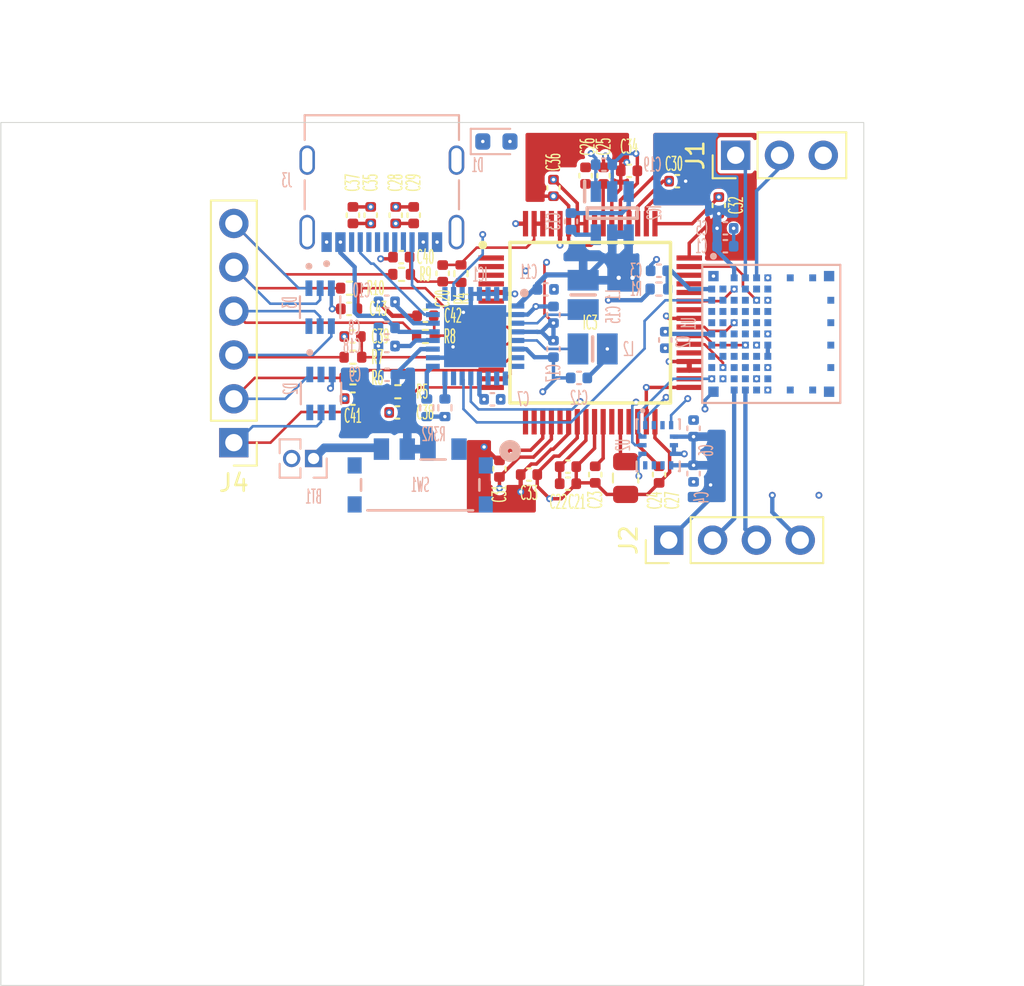
<source format=kicad_pcb>
(kicad_pcb (version 20240108) (generator "pcbnew") (generator_version "8.0")
  (layers (0 "F.Cu" signal) (1 "In1.Cu" power) (2 "In2.Cu" power) (3 "In3.Cu" signal) (4 "In4.Cu" power) (31 "B.Cu" signal) (34 "B.Paste" user) (35 "F.Paste" user) (36 "B.SilkS" user "B.Silkscreen") (37 "F.SilkS" user "F.Silkscreen") (38 "B.Mask" user) (39 "F.Mask" user) (44 "Edge.Cuts" user))
  (net 0 "")
  (net 1 "/ads1299/BIAS_DRV")
  (net 2 "VSSA")
  (net 3 "Net-(IC2-CAP-)")
  (net 4 "/ads1299/E_REFERENCE")
  (net 5 "/ads1299/IN1P")
  (net 6 "Net-(IC2-CAP+)")
  (net 7 "/ads1299/IN3P")
  (net 8 "/power/VBAT")
  (net 9 "/ads1299/IN2P")
  (net 10 "/ads1299/IN4P")
  (net 11 "/ads1299/4P")
  (net 12 "/ads1299/2P")
  (net 13 "/ads1299/1P")
  (net 14 "/ads1299/3P")
  (net 15 "/ads1299/REF")
  (net 16 "/ads1299/BIAS")
  (net 17 "/DVDD")
  (net 18 "/USB-C/VBUS_IN")
  (net 19 "/nrf5340/VBUS_OUT")
  (net 20 "/nrf5340/VBUS_nrf")
  (net 21 "Net-(IC3-BIASIN)")
  (net 22 "Net-(IC3-VCAP4)")
  (net 23 "Net-(IC3-VCAP1)")
  (net 24 "Net-(IC3-VCAP3)")
  (net 25 "Net-(IC3-VCAP2)")
  (net 26 "/AVDD")
  (net 27 "/power/CHG")
  (net 28 "Net-(IC1-VSET1)")
  (net 29 "/nrf5340/SCL")
  (net 30 "/power/SW1")
  (net 31 "/nrf5340/SDA")
  (net 32 "/power/PVDD")
  (net 33 "/UART_TX")
  (net 34 "/nrf5340/ANT")
  (net 36 "GND")
  (net 37 "/UART_RX")
  (net 40 "/USB-C/CC1")
  (net 41 "/nrf5340/BMI270_CS")
  (net 42 "/SWDCLK")
  (net 43 "/power/SW2")
  (net 46 "/USB-C/CC2")
  (net 49 "Net-(IC1-VSET2)")
  (net 55 "/ads1299/SCK")
  (net 56 "/ads1299/MISO")
  (net 61 "/ads1299/~{DRDY}")
  (net 65 "/ads1299/MOSI")
  (net 68 "/ads1299/~{ADS1299_CS}")
  (net 69 "/ads1299/START")
  (net 94 "/BMI270_INT1")
  (net 118 "/SWDIO")
  (net 119 "Net-(IC3-VREFP)")
  (net 127 "Net-(BT1-+)")
  (footprint "Connector_PinHeader_2.54mm:PinHeader_1x04_P2.54mm_Vertical" (layer "F.Cu") (at 156.3 112.6 90)
    (property "Reference" "J2")
    (property "Value" "Conn_01x04")
  )
  (footprint "Capacitor_SMD:C_0402_1005Metric" (layer "F.Cu") (at 141.52 93.77 90)
    (property "Reference" "C29")
    (property "Value" "1uF")
  )
  (footprint "Capacitor_SMD:C_0402_1005Metric" (layer "F.Cu") (at 142.2 99.6)
    (property "Reference" "C42")
    (property "Value" "1nF")
  )
  (footprint "Capacitor_SMD:C_0402_1005Metric" (layer "F.Cu") (at 139.03 93.77 90)
    (property "Reference" "C35")
    (property "Value" "1uF")
  )
  (footprint "Capacitor_SMD:C_0402_1005Metric" (layer "F.Cu") (at 137.78 99.2)
    (property "Reference" "C43")
    (property "Value" "1nF")
  )
  (footprint "Capacitor_SMD:C_0402_1005Metric" (layer "F.Cu") (at 156.8 91.8)
    (property "Reference" "C30")
    (property "Value" "1uF")
  )
  (footprint "Resistor_SMD:R_0402_1005Metric" (layer "F.Cu") (at 138 103.2)
    (property "Reference" "R6")
    (property "Value" "2.2k")
  )
  (footprint "Connector_PinHeader_2.54mm:PinHeader_1x03_P2.54mm_Vertical" (layer "F.Cu") (at 160.175 90.3 90)
    (property "Reference" "J1")
    (property "Value" "Conn_01x03")
  )
  (footprint "Resistor_SMD:R_0402_1005Metric" (layer "F.Cu") (at 137.8 98)
    (property "Reference" "R10")
    (property "Value" "2.2k")
  )
  (footprint "Capacitor_SMD:C_0402_1005Metric" (layer "F.Cu") (at 150.46 109.33 180)
    (property "Reference" "C21")
    (property "Value" "10uF")
  )
  (footprint "ADS1299-4PAGR:QFP50P1200X1200X120-64N" (layer "F.Cu") (at 151.75 100)
    (property "Reference" "IC3")
    (property "Value" "ADS1299-4PAGR" (hide yes))
  )
  (footprint "Capacitor_SMD:C_0402_1005Metric" (layer "F.Cu") (at 140.48 93.77 90)
    (property "Reference" "C28")
    (property "Value" "1uF")
  )
  (footprint "Capacitor_SMD:C_0402_1005Metric" (layer "F.Cu") (at 148.2 108.8 180)
    (property "Reference" "C33")
    (property "Value" "1uF")
  )
  (footprint "Capacitor_SMD:C_0805_2012Metric" (layer "F.Cu") (at 153.8 109 -90)
    (property "Reference" "C24")
    (property "Value" "100uF")
  )
  (footprint "Resistor_SMD:R_0402_1005Metric" (layer "F.Cu") (at 144.26 97.16 90)
    (property "Reference" "R4")
    (property "Value" "1M")
  )
  (footprint "Resistor_SMD:R_0402_1005Metric" (layer "F.Cu") (at 142.2 100.8)
    (property "Reference" "R8")
    (property "Value" "2.2k")
  )
  (footprint "Capacitor_SMD:C_0402_1005Metric" (layer "F.Cu") (at 152.52 91.48 90)
    (property "Reference" "C25")
    (property "Value" "100nF")
  )
  (footprint "Capacitor_SMD:C_0402_1005Metric" (layer "F.Cu") (at 152.04 108.8 -90)
    (property "Reference" "C23")
    (property "Value" "1uF")
  )
  (footprint "Resistor_SMD:R_0402_1005Metric" (layer "F.Cu") (at 138 102)
    (property "Reference" "R7")
    (property "Value" "2.2k")
  )
  (footprint "Capacitor_SMD:C_0402_1005Metric" (layer "F.Cu") (at 155.74 108.8 -90)
    (property "Reference" "C27")
    (property "Value" "1uF")
  )
  (footprint "Capacitor_SMD:C_0402_1005Metric" (layer "F.Cu") (at 143.2 97.14 90)
    (property "Reference" "C20")
    (property "Value" "1nF")
  )
  (footprint "Capacitor_SMD:C_0402_1005Metric" (layer "F.Cu") (at 138 104.4)
    (property "Reference" "C41")
    (property "Value" "1nF")
  )
  (footprint "Capacitor_SMD:C_0402_1005Metric" (layer "F.Cu") (at 159.2 93.2 -90)
    (property "Reference" "C32")
    (property "Value" "1uF")
  )
  (footprint "Capacitor_SMD:C_0402_1005Metric" (layer "F.Cu") (at 138 93.77 90)
    (property "Reference" "C37")
    (property "Value" "1uF")
  )
  (footprint "Capacitor_SMD:C_0402_1005Metric" (layer "F.Cu") (at 137.98 100.8)
    (property "Reference" "C39")
    (property "Value" "1nF")
  )
  (footprint "Capacitor_SMD:C_0402_1005Metric" (layer "F.Cu") (at 140.8 96.2)
    (property "Reference" "C40")
    (property "Value" "1nF")
  )
  (footprint "Capacitor_SMD:C_0402_1005Metric" (layer "F.Cu") (at 151.48 91.48 90)
    (property "Reference" "C26")
    (property "Value" "1uF")
  )
  (footprint "Resistor_SMD:R_0402_1005Metric" (layer "F.Cu") (at 140.82 97.2)
    (property "Reference" "R9")
    (property "Value" "2.2k")
  )
  (footprint "Capacitor_SMD:C_0402_1005Metric" (layer "F.Cu") (at 150.46 108.34)
    (property "Reference" "C22")
    (property "Value" "100nF")
  )
  (footprint "Capacitor_SMD:C_0402_1005Metric" (layer "F.Cu") (at 140.58 105.2)
    (property "Reference" "C38")
    (property "Value" "1nF")
  )
  (footprint "Capacitor_SMD:C_0402_1005Metric" (layer "F.Cu") (at 146.49 108.46 90)
    (property "Reference" "C31")
    (property "Value" "1uF")
  )
  (footprint "Capacitor_SMD:C_0402_1005Metric" (layer "F.Cu") (at 154 91.2 180)
    (property "Reference" "C34")
    (property "Value" "1uF")
  )
  (footprint "Connector_PinHeader_2.54mm:PinHeader_1x06_P2.54mm_Vertical" (layer "F.Cu") (at 131.1 106.95 180)
    (property "Reference" "J4")
    (property "Value" "Conn_01x06")
  )
  (footprint "Resistor_SMD:R_0402_1005Metric" (layer "F.Cu") (at 140.6 104)
    (property "Reference" "R5")
    (property "Value" "2.2k")
  )
  (footprint "Capacitor_SMD:C_0402_1005Metric" (layer "F.Cu") (at 149.62 92.19 -90)
    (property "Reference" "C36")
    (property "Value" "1uF")
  )
  (footprint "MK-12C02-G020:MK-12C02-G020_GSW" (layer "B.Cu") (at 141.8986 109.4 180)
    (property "Reference" "SW1")
    (property "Value" "SW_SPDT")
  )
  (footprint "ISP2053-AX-RS:XCVR_ISP2053-AX-RS" (layer "B.Cu") (at 162.24 100.65 -90)
    (property "Reference" "U1")
    (property "Value" "NRF5340")
  )
  (footprint "NPM1300-QEAA-R:QFN50P500X500X90-33N" (layer "B.Cu") (at 145.08 100.78 180)
    (property "Reference" "IC1")
    (property "Value" "NPM1300" (hide yes))
  )
  (footprint "Capacitor_SMD:C_0402_1005Metric" (layer "B.Cu") (at 156.1 101 -90)
    (property "Reference" "C2")
    (property "Value" "1uF")
  )
  (footprint "Capacitor_SMD:C_0402_1005Metric" (layer "B.Cu") (at 152.545 90.84)
    (property "Reference" "C19")
    (property "Value" "10uF")
  )
  (footprint "Capacitor_SMD:C_0402_1005Metric" (layer "B.Cu") (at 139.96 100.3 180)
    (property "Reference" "C8")
    (property "Value" "1uF")
  )
  (footprint "Capacitor_SMD:C_0402_1005Metric" (layer "B.Cu") (at 146.08 104.44)
    (property "Reference" "C7")
    (property "Value" "100nF")
  )
  (footprint "Capacitor_SMD:C_0402_1005Metric" (layer "B.Cu") (at 149.62 101.52 90)
    (property "Reference" "C17")
    (property "Value" "10uF")
  )
  (footprint "BMI270:XDCR_BMI270" (layer "B.Cu") (at 155.6875 107.1 -90)
    (property "Reference" "U2")
    (property "Value" "BMI270")
  )
  (footprint "Resistor_SMD:R_0402_1005Metric" (layer "B.Cu") (at 155.73 98.05)
    (property "Reference" "R1")
    (property "Value" "2.2")
  )
  (footprint "LED_SMD:LED_0603_1608Metric" (layer "B.Cu") (at 146.3125 89.5)
    (property "Reference" "D1")
    (property "Value" "LED_Y")
  )
  (footprint "Capacitor_SMD:C_0402_1005Metric" (layer "B.Cu") (at 159.58 94.53)
    (property "Reference" "C5")
    (property "Value" "4.7uF")
  )
  (footprint "Capacitor_SMD:C_0402_1005Metric" (layer "B.Cu") (at 149.17 98.07 180)
    (property "Reference" "C11")
    (property "Value" "10uF")
  )
  (footprint "Capacitor_SMD:C_0402_1005Metric" (layer "B.Cu") (at 139.959996 98.79 180)
    (property "Reference" "C10")
    (property "Value" "1uF")
  )
  (footprint "Capacitor_SMD:C_0402_1005Metric" (layer "B.Cu") (at 157.7375 108.7425 -90)
    (property "Reference" "C4")
    (property "Value" "100nF")
  )
  (footprint "TPD4E1B06DCKR:TVS_TPD4E1B06DCKR" (layer "B.Cu") (at 136.1 99.1 -90)
    (property "Reference" "D3")
    (property "Value" "TPD4E1B06DCKR")
  )
  (footprint "Resistor_SMD:R_0402_1005Metric" (layer "B.Cu") (at 142.28 104.93 90)
    (property "Reference" "R2")
    (property "Value" "150k")
  )
  (footprint "Capacitor_SMD:C_0402_1005Metric" (layer "B.Cu") (at 149.62 99.54 -90)
    (property "Reference" "C15")
    (property "Value" "10uF")
  )
  (footprint "MLP2016H2R2MT0S1:INDC2016X100N" (layer "B.Cu") (at 151.89 101.52)
    (property "Reference" "L2")
    (property "Value" "2.2uH" (hide yes))
  )
  (footprint "Capacitor_SMD:C_0402_1005Metric" (layer "B.Cu") (at 139.96 101.35)
    (property "Reference" "C18")
    (property "Value" "10uF")
  )
  (footprint "Connector_PinHeader_1.27mm:PinHeader_1x02_P1.27mm_Vertical" (layer "B.Cu") (at 135.72 107.87 90)
    (property "Reference" "BT1")
    (property "Value" "Battery")
  )
  (footprint "LM2664M6X_NOPB:SOT95P280X145-6N" (layer "B.Cu") (at 153.025 93.65 -90)
    (property "Reference" "IC2")
    (property "Value" "LM2664M6X_NOPB" (hide yes))
  )
  (footprint "TPD4E1B06DCKR:TVS_TPD4E1B06DCKR" (layer "B.Cu") (at 136.15 104.1 -90)
    (property "Reference" "D2")
    (property "Value" "TPD4E1B06DCKR")
  )
  (footprint "MLP2016H2R2MT0S1:INDC2016X100N" (layer "B.Cu") (at 151.34 98.39 90)
    (property "Reference" "L1")
    (property "Value" "2.2uH" (hide yes))
  )
  (footprint "Resistor_SMD:R_0402_1005Metric" (layer "B.Cu") (at 143.33 104.93 90)
    (property "Reference" "R3")
    (property "Value" "150k")
  )
  (footprint "TYPE-C-31-M-12:HRO_TYPE-C-31-M-12" (layer "B.Cu") (at 139.675 90.58)
    (property "Reference" "J3")
    (property "Value" "USB-C Connectors")
  )
  (footprint "Capacitor_SMD:C_0402_1005Metric" (layer "B.Cu") (at 150.635 94.13 90)
    (property "Reference" "C13")
    (property "Value" "10uF")
  )
  (footprint "Capacitor_SMD:C_0402_1005Metric" (layer "B.Cu") (at 155.73 96.99 180)
    (property "Reference" "C3")
    (property "Value" "4.7uF")
  )
  (footprint "Capacitor_SMD:C_0402_1005Metric" (layer "B.Cu") (at 159.58 95.57 180)
    (property "Reference" "C1")
    (property "Value" "1uF")
  )
  (footprint "Capacitor_SMD:C_0402_1005Metric" (layer "B.Cu") (at 157.7375 106.1225 90)
    (property "Reference" "C6")
    (property "Value" "100nF")
  )
  (footprint "Capacitor_SMD:C_0402_1005Metric" (layer "B.Cu") (at 151.1 103.2)
    (property "Reference" "C12")
    (property "Value" "10uF")
  )
  (footprint "Capacitor_SMD:C_0402_1005Metric" (layer "B.Cu") (at 139.98 103.02)
    (property "Reference" "C9")
    (property "Value" "2.2uF")
  )
  (gr_rect (start 117.6 88.4) (end 167.6 138.4) (stroke (width 0.05)) (fill none) (layer "Edge.Cuts"))
  (segment (start 141.33 97.2) (end 141.75 97.62) (width 0.15) (layer "F.Cu") (net 1))
  (segment (start 141.33 96.25) (end 141.28 96.2) (width 0.15) (layer "F.Cu") (net 1))
  (segment (start 141.28 97.15) (end 141.33 97.2) (width 0.15) (layer "F.Cu") (net 1))
  (segment (start 144.26 97.67) (end 143.25 97.67) (width 0.15) (layer "F.Cu") (net 1))
  (segment (start 143.25 97.67) (end 143.2 97.62) (width 0.15) (layer "F.Cu") (net 1))
  (segment (start 141.33 97.2) (end 141.33 96.25) (width 0.15) (layer "F.Cu") (net 1))
  (segment (start 141.75 97.62) (end 143.2 97.62) (width 0.15) (layer "F.Cu") (net 1))
  (segment (start 149.9455 107.73) (end 149.653866 107.73) (width 0.2) (layer "F.Cu") (net 2))
  (segment (start 146.49 108.94) (end 146.49 109.6) (width 0.2) (layer "F.Cu") (net 2))
  (segment (start 151 106.6755) (end 149.9455 107.73) (width 0.2) (layer "F.Cu") (net 2))
  (segment (start 150.07 110.2) (end 149.4 110.2) (width 0.2) (layer "F.Cu") (net 2))
  (segment (start 153.8 109.95) (end 155.07 109.95) (width 0.2) (layer "F.Cu") (net 2))
  (segment (start 152.71 109.95) (end 152.04 109.28) (width 0.2) (layer "F.Cu") (net 2))
  (segment (start 156.35 108.67) (end 155.74 109.28) (width 0.2) (layer "F.Cu") (net 2))
  (segment (start 148.462494 107.79) (end 147.64 107.79) (width 0.2) (layer "F.Cu") (net 2))
  (segment (start 149.653866 107.73) (end 148.68 108.703866) (width 0.2) (layer "F.Cu") (net 2))
  (segment (start 149.5 105.738) (end 149.5 106.752494) (width 0.2) (layer "F.Cu") (net 2))
  (segment (start 152 107.28) (end 152 105.738) (width 0.2) (layer "F.Cu") (net 2))
  (segment (start 148.68 109.48) (end 149.4 110.2) (width 0.2) (layer "F.Cu") (net 2))
  (segment (start 154.48 91.92) (end 154.48 91.2) (width 0.2) (layer "F.Cu") (net 2))
  (segment (start 151 105.738) (end 151 106.6755) (width 0.2) (layer "F.Cu") (net 2))
  (segment (start 156.35 107.5255) (end 156.35 108.67) (width 0.2) (layer "F.Cu") (net 2))
  (segment (start 148.68 108.703866) (end 148.68 108.8) (width 0.2) (layer "F.Cu") (net 2))
  (segment (start 153.5 94.262) (end 153.5 92.9) (width 0.2) (layer "F.Cu") (net 2))
  (segment (start 154.48 90.28) (end 154.4 90.2) (width 0.2) (layer "F.Cu") (net 2))
  (segment (start 153.8 109.95) (end 152.71 109.95) (width 0.2) (layer "F.Cu") (net 2))
  (segment (start 151 94.262) (end 151.5 94.262) (width 0.2) (layer "F.Cu") (net 2))
  (segment (start 150.99 109.28) (end 150.94 109.33) (width 0.2) (layer "F.Cu") (net 2))
  (segment (start 150.94 109.33) (end 150.07 110.2) (width 0.2) (layer "F.Cu") (net 2))
  (segment (start 151 93.07851) (end 151 94.262) (width 0.2) (layer "F.Cu") (net 2))
  (segment (start 152.52 90.458358) (end 152.52 91) (width 0.2) (layer "F.Cu") (net 2))
  (segment (start 147.64 107.79) (end 146.49 108.94) (width 0.2) (layer "F.Cu") (net 2))
  (segment (start 153.5 92.9) (end 154.48 91.92) (width 0.2) (layer "F.Cu") (net 2))
  (segment (start 149.6 91.67851) (end 151 93.07851) (width 0.2) (layer "F.Cu") (net 2))
  (segment (start 150.94 108.34) (end 152 107.28) (width 0.2) (layer "F.Cu") (net 2))
  (segment (start 154.48 91.2) (end 154.48 90.28) (width 0.2) (layer "F.Cu") (net 2))
  (segment (start 149.5 106.752494) (end 148.462494 107.79) (width 0.2) (layer "F.Cu") (net 2))
  (segment (start 150.94 109.33) (end 150.94 108.34) (width 0.2) (layer "F.Cu") (net 2))
  (segment (start 155.07 109.95) (end 155.74 109.28) (width 0.2) (layer "F.Cu") (net 2))
  (segment (start 155.5 106.6755) (end 156.35 107.5255) (width 0.2) (layer "F.Cu") (net 2))
  (segment (start 151.48 91) (end 152.52 91) (width 0.2) (layer "F.Cu") (net 2))
  (segment (start 140.48 93.29) (end 141.52 93.29) (width 0.2) (layer "F.Cu") (net 2))
  (segment (start 155.5 105.738) (end 155.5 106.6755) (width 0.2) (layer "F.Cu") (net 2))
  (segment (start 152.04 109.28) (end 150.99 109.28) (width 0.2) (layer "F.Cu") (net 2))
  (segment (start 148.68 108.8) (end 148.68 109.48) (width 0.2) (layer "F.Cu") (net 2))
  (segment (start 152.635696 90.342662) (end 152.52 90.458358) (width 0.2) (layer "F.Cu") (net 2))
  (via (at 146.49 109.6) (size 0.4) (drill 0.2) (layers "F.Cu" "B.Cu") (net 2))
  (via (at 149.4 110.2) (size 0.4) (drill 0.2) (layers "F.Cu" "B.Cu") (net 2))
  (via (at 149.62 91.71) (size 0.4) (drill 0.2) (layers "F.Cu" "B.Cu") (net 2))
  (via (at 152.635696 90.342662) (size 0.4) (drill 0.2) (layers "F.Cu" "B.Cu") (net 2))
  (via (at 154.4 90.2) (size 0.4) (drill 0.2) (layers "F.Cu" "B.Cu") (net 2))
  (via (at 140.48 93.29) (size 0.4) (drill 0.2) (layers "F.Cu" "B.Cu") (net 2))
  (segment (start 153.025 90.731966) (end 152.635696 90.342662) (width 0.25) (layer "B.Cu") (net 2))
  (segment (start 154.4 90.2) (end 153.665 90.2) (width 0.2) (layer "B.Cu") (net 2))
  (segment (start 153.665 90.2) (end 153.025 90.84) (width 0.2) (layer "B.Cu") (net 2))
  (segment (start 153.025 90.84) (end 153.025 92.4) (width 0.2) (layer "B.Cu") (net 2))
  (segment (start 153.025 90.84) (end 153.025 90.731966) (width 0.25) (layer "B.Cu") (net 2))
  (segment (start 153.975 93.25) (end 153.575 93.65) (width 0.25) (layer "B.Cu") (net 3))
  (segment (start 153.575 93.65) (end 150.635 93.65) (width 0.25) (layer "B.Cu") (net 3))
  (segment (start 153.975 92.4) (end 153.975 93.25) (width 0.25) (layer "B.Cu") (net 3))
  (segment (start 138.31 99.15) (end 138.26 99.2) (width 0.15) (layer "F.Cu") (net 4))
  (segment (start 146.86 101.25) (end 146.012 101.25) (width 0.15) (layer "F.Cu") (net 4))
  (segment (start 146.012 100.25) (end 146.9495 100.25) (width 0.15) (layer "F.Cu") (net 4))
  (segment (start 146.89 102.25) (end 146.012 102.25) (width 0.15) (layer "F.Cu") (net 4))
  (segment (start 146.86 101.25) (end 146.9495 101.25) (width 0.15) (layer "F.Cu") (net 4))
  (segment (start 147.13 101.0695) (end 146.9495 101.25) (width 0.15) (layer "F.Cu") (net 4))
  (segment (start 138.31 98) (end 138.31 99.15) (width 0.15) (layer "F.Cu") (net 4))
  (segment (start 146.87 103.25) (end 146.012 103.25) (width 0.15) (layer "F.Cu") (net 4))
  (segment (start 147.13 102.99) (end 147.13 102.01) (width 0.15) (layer "F.Cu") (net 4))
  (segment (start 142.2 98) (end 138.31 98) (width 0.15) (layer "F.Cu") (net 4))
  (segment (start 147.13 102.99) (end 146.87 103.25) (width 0.15) (layer "F.Cu") (net 4))
  (segment (start 146.9495 100.25) (end 147.13 100.4305) (width 0.15) (layer "F.Cu") (net 4))
  (segment (start 147.13 101.0695) (end 147.13 100.4305) (width 0.15) (layer "F.Cu") (net 4))
  (segment (start 147.13 102.01) (end 147.13 101.0695) (width 0.15) (layer "F.Cu") (net 4))
  (segment (start 147.13 102.01) (end 146.89 102.25) (width 0.15) (layer "F.Cu") (net 4))
  (segment (start 144.45 100.25) (end 142.2 98) (width 0.15) (layer "F.Cu") (net 4))
  (segment (start 146.012 100.25) (end 144.45 100.25) (width 0.15) (layer "F.Cu") (net 4))
  (segment (start 141.06 104.05) (end 141.11 104) (width 0.15) (layer "F.Cu") (net 5))
  (segment (start 141.06 105.2) (end 141.06 104.05) (width 0.15) (layer "F.Cu") (net 5))
  (segment (start 141.11 104) (end 141.6 104) (width 0.15) (layer "F.Cu") (net 5))
  (segment (start 141.6 104) (end 141.85 103.75) (width 0.15) (layer "F.Cu") (net 5))
  (segment (start 141.85 103.75) (end 146.012 103.75) (width 0.15) (layer "F.Cu") (net 5))
  (segment (start 150.925 94.9) (end 150.635 94.61) (width 0.25) (layer "B.Cu") (net 6))
  (segment (start 152.075 94.9) (end 150.925 94.9) (width 0.25) (layer "B.Cu") (net 6))
  (segment (start 138.51 102) (end 138.51 100.85) (width 0.15) (layer "F.Cu") (net 7))
  (segment (start 138.51 102) (end 144.8745 102) (width 0.15) (layer "F.Cu") (net 7))
  (segment (start 145.1245 101.75) (end 146.012 101.75) (width 0.15) (layer "F.Cu") (net 7))
  (segment (start 144.8745 102) (end 145.1245 101.75) (width 0.15) (layer "F.Cu") (net 7))
  (segment (start 138.51 100.85) (end 138.46 100.8) (width 0.15) (layer "F.Cu") (net 7))
  (segment (start 140.46 103) (end 141.93 101.53) (width 0.25) (layer "B.Cu") (net 8))
  (segment (start 141.93 101.53) (end 142.63 101.53) (width 0.25) (layer "B.Cu") (net 8))
  (segment (start 140.46 103.02) (end 140.46 103) (width 0.25) (layer "B.Cu") (net 8))
  (segment (start 138.51 103.2) (end 138.96 102.75) (width 0.15) (layer "F.Cu") (net 9))
  (segment (start 138.96 102.75) (end 146.012 102.75) (width 0.15) (layer "F.Cu") (net 9))
  (segment (start 138.51 104.37) (end 138.48 104.4) (width 0.15) (layer "F.Cu") (net 9))
  (segment (start 145.992 102.73) (end 146.012 102.75) (width 0.15) (layer "F.Cu") (net 9))
  (segment (start 138.51 103.2) (end 138.51 104.37) (width 0.15) (layer "F.Cu") (net 9))
  (segment (start 143.05 100.75) (end 146.012 100.75) (width 0.15) (layer "F.Cu") (net 10))
  (segment (start 143 100.8) (end 143.05 100.75) (width 0.15) (layer "F.Cu") (net 10))
  (segment (start 142.71 100.8) (end 142.71 99.63) (width 0.15) (layer "F.Cu") (net 10))
  (segment (start 142.71 99.63) (end 142.68 99.6) (width 0.15) (layer "F.Cu") (net 10))
  (segment (start 142.71 100.8) (end 143 100.8) (width 0.15) (layer "F.Cu") (net 10))
  (segment (start 131.77 100) (end 140.89 100) (width 0.15) (layer "F.Cu") (net 11))
  (segment (start 140.89 100) (end 141.69 100.8) (width 0.15) (layer "F.Cu") (net 11))
  (segment (start 131.1 99.33) (end 131.77 100) (width 0.15) (layer "F.Cu") (net 11))
  (segment (start 136.1 99.65) (end 136.1 100.2) (width 0.15) (layer "B.Cu") (net 11))
  (segment (start 135.78 99.33) (end 136.1 99.65) (width 0.15) (layer "B.Cu") (net 11))
  (segment (start 131.1 99.33) (end 135.78 99.33) (width 0.15) (layer "B.Cu") (net 11))
  (segment (start 132.31 103.2) (end 131.1 104.41) (width 0.15) (layer "F.Cu") (net 12))
  (segment (start 137.49 103.2) (end 132.31 103.2) (width 0.15) (layer "F.Cu") (net 12))
  (segment (start 134.09 104.41) (end 135.5 103) (width 0.15) (layer "B.Cu") (net 12))
  (segment (start 131.1 104.41) (end 134.09 104.41) (width 0.15) (layer "B.Cu") (net 12))
  (segment (start 139.02461 105.175) (end 140.09 104.10961) (width 0.15) (layer "F.Cu") (net 13))
  (segment (start 140.09 104.10961) (end 140.09 104) (width 0.15) (layer "F.Cu") (net 13))
  (segment (start 133.225 106.95) (end 135 105.175) (width 0.15) (layer "F.Cu") (net 13))
  (segment (start 131.1 106.95) (end 133.225 106.95) (width 0.15) (layer "F.Cu") (net 13))
  (segment (start 135 105.175) (end 139.02461 105.175) (width 0.15) (layer "F.Cu") (net 13))
  (segment (start 131.25 106.95) (end 132.2 106) (width 0.15) (layer "B.Cu") (net 13))
  (segment (start 135.9 106) (end 136.15 105.75) (width 0.15) (layer "B.Cu") (net 13))
  (segment (start 132.2 106) (end 135.9 106) (width 0.15) (layer "B.Cu") (net 13))
  (segment (start 136.15 105.75) (end 136.15 105.2) (width 0.15) (layer "B.Cu") (net 13))
  (segment (start 131.1 106.95) (end 131.25 106.95) (width 0.15) (layer "B.Cu") (net 13))
  (segment (start 131.23 102) (end 131.1 101.87) (width 0.15) (layer "F.Cu") (net 14))
  (segment (start 137.49 102) (end 131.23 102) (width 0.15) (layer "F.Cu") (net 14))
  (segment (start 131.1 101.87) (end 135.68 101.87) (width 0.15) (layer "B.Cu") (net 14))
  (segment (start 135.68 101.87) (end 136.75 100.8) (width 0.15) (layer "B.Cu") (net 14))
  (segment (start 136.75 100.8) (end 136.75 100.2) (width 0.15) (layer "B.Cu") (net 14))
  (segment (start 131.1 96.79) (end 132.31 98) (width 0.15) (layer "F.Cu") (net 15))
  (segment (start 132.31 98) (end 137.29 98) (width 0.15) (layer "F.Cu") (net 15))
  (segment (start 135.875 98.9) (end 136.1 98.675) (width 0.15) (layer "B.Cu") (net 15))
  (segment (start 133.21 98.9) (end 135.875 98.9) (width 0.15) (layer "B.Cu") (net 15))
  (segment (start 136.1 98.675) (end 136.1 98) (width 0.15) (layer "B.Cu") (net 15))
  (segment (start 131.1 96.79) (end 133.21 98.9) (width 0.15) (layer "B.Cu") (net 15))
  (segment (start 134.05 97.2) (end 140.31 97.2) (width 0.15) (layer "F.Cu") (net 16))
  (segment (start 131.1 94.25) (end 134.05 97.2) (width 0.15) (layer "F.Cu") (net 16))
  (segment (start 131.1 94.25) (end 134.85 98) (width 0.15) (layer "B.Cu") (net 16))
  (segment (start 134.85 98) (end 135.45 98) (width 0.15) (layer "B.Cu") (net 16))
  (segment (start 154 92.965686) (end 155.775686 91.19) (width 0.2) (layer "F.Cu") (net 17))
  (segment (start 157.488 96.25) (end 157.488 95.392) (width 0.2) (layer "F.Cu") (net 17))
  (segment (start 156.67 92.41) (end 157.28 91.8) (width 0.2) (layer "F.Cu") (net 17))
  (segment (start 155 94.262) (end 155 93.340186) (width 0.2) (layer "F.Cu") (net 17))
  (segment (start 154 94.262) (end 154 92.965686) (width 0.2) (layer "F.Cu") (net 17))
  (segment (start 157.488 95.392) (end 159.2 93.68) (width 0.2) (layer "F.Cu") (net 17))
  (segment (start 157.488 102.25) (end 157.488 102.75) (width 0.3) (layer "F.Cu") (net 17))
  (segment (start 155 93.340186) (end 155.930186 92.41) (width 0.2) (layer "F.Cu") (net 17))
  (segment (start 155.775686 91.19) (end 156.67 91.19) (width 0.2) (layer "F.Cu") (net 17))
  (segment (start 154 94.262) (end 153.98 94.282) (width 0.2) (layer "F.Cu") (net 17))
  (segment (start 157.488 102.25) (end 156.32 102.25) (width 0.2) (layer "F.Cu") (net 17))
  (segment (start 155.930186 92.41) (end 156.67 92.41) (width 0.2) (layer "F.Cu") (net 17))
  (segment (start 156.67 91.19) (end 157.28 91.8) (width 0.2) (layer "F.Cu") (net 17))
  (via (at 152.74 101.52) (size 0.4) (drill 0.2) (layers "F.Cu" "B.Cu") (net 17))
  (via (at 147.379996 98.33) (size 0.4) (drill 0.2) (layers "F.Cu" "B.Cu") (net 17))
  (via (at 157.28 91.8) (size 0.4) (drill 0.2) (layers "F.Cu" "B.Cu") (net 17))
  (via (at 159.1 94.53) (size 0.4) (drill 0.2) (layers "F.Cu" "B.Cu") (net 17))
  (via (at 145.6 104.44) (size 0.4) (drill 0.2) (layers "F.Cu" "B.Cu") (net 17))
  (via (at 158.725 109.4) (size 0.4) (drill 0.2) (layers "F.Cu" "B.Cu") (net 17))
  (via (at 156.1 100.52) (size 0.4) (drill 0.2) (layers "F.Cu" "B.Cu") (net 17))
  (via (at 157.7375 108.2625) (size 0.4) (drill 0.2) (layers "F.Cu" "B.Cu") (net 17))
  (via (at 157.7375 106.6025) (size 0.4) (drill 0.2) (layers "F.Cu" "B.Cu") (net 17))
  (via (at 156.32 102.25) (size 0.4) (drill 0.2) (layers "F.Cu" "B.Cu") (net 17))
  (via (at 159.2 93.68) (size 0.4) (drill 0.2) (layers "F.Cu" "B.Cu") (net 17))
  (segment (start 156.3 112.6) (end 158.725 110.175) (width 0.25) (layer "B.Cu") (net 17))
  (segment (start 157.7375 106.6025) (end 156.6025 106.6025) (width 0.25) (layer "B.Cu") (net 17))
  (segment (start 159.1 95.57) (end 159.1 95.83) (width 0.25) (layer "B.Cu") (net 17))
  (segment (start 160.09 96.82) (end 160.09 97.23) (width 0.25) (layer "B.Cu") (net 17))
  (segment (start 145.33 104.17) (end 145.33 103.23) (width 0.25) (layer "B.Cu") (net 17))
  (segment (start 152.74 102.04) (end 151.58 103.2) (width 0.25) (layer "B.Cu") (net 17))
  (segment (start 160.09 97.23) (end 160.09 97.4) (width 0.25) (layer "B.Cu") (net 17))
  (segment (start 156.6025 106.6025) (end 156.6 106.6) (width 0.25) (layer "B.Cu") (net 17))
  (segment (start 156.1 100.52) (end 156.229997 100.649997) (width 0.25) (layer "B.Cu") (net 17))
  (segment (start 157.7375 108.2625) (end 156.4375 108.2625) (width 0.25) (layer "B.Cu") (net 17))
  (segment (start 152.74 101.52) (end 152.74 102.04) (width 0.25) (layer "B.Cu") (net 17))
  (segment (start 147.379996 98.33) (end 146.83 98.33) (width 0.25) (layer "B.Cu") (net 17))
  (segment (start 157.7375 108.2625) (end 157.7375 106.6025) (width 0.25) (layer "B.Cu") (net 17))
  (segment (start 158.725 110.175) (end 158.725 109.4) (width 0.25) (layer "B.Cu") (net 17))
  (segment (start 159.1 95.83) (end 160.09 96.82) (width 0.25) (layer "B.Cu") (net 17))
  (segment (start 159.1 94.53) (end 159.1 95.57) (width 0.25) (layer "B.Cu") (net 17))
  (segment (start 145.6 104.44) (end 145.33 104.17) (width 0.25) (layer "B.Cu") (net 17))
  (segment (start 156.229997 100.649997) (end 158.79 100.649997) (width 0.25) (layer "B.Cu") (net 17))
  (via (at 142.075 95.33) (size 0.4) (drill 0.2) (layers "F.Cu" "B.Cu") (net 18))
  (via (at 137.275 95.33) (size 0.4) (drill 0.2) (layers "F.Cu" "B.Cu") (net 18))
  (segment (start 140.67 100.53) (end 140.44 100.3) (width 0.25) (layer "B.Cu") (net 18))
  (segment (start 137.275 95.95) (end 138.1 96.775) (width 0.25) (layer "B.Cu") (net 18))
  (segment (start 138.1 96.775) (end 138.1 99.4) (width 0.25) (layer "B.Cu") (net 18))
  (segment (start 138.3 99.6) (end 139.75149 99.6) (width 0.25) (layer "B.Cu") (net 18))
  (segment (start 138.1 99.4) (end 138.3 99.6) (width 0.25) (layer "B.Cu") (net 18))
  (segment (start 142.63 100.53) (end 140.67 100.53) (width 0.25) (layer "B.Cu") (net 18))
  (segment (start 140.44 100.28851) (end 140.44 100.3) (width 0.25) (layer "B.Cu") (net 18))
  (segment (start 139.75149 99.6) (end 140.44 100.28851) (width 0.25) (layer "B.Cu") (net 18))
  (segment (start 137.275 95.33) (end 137.275 95.95) (width 0.25) (layer "B.Cu") (net 18))
  (via (at 140.439996 98.79) (size 0.4) (drill 0.2) (layers "F.Cu" "B.Cu") (net 19))
  (via (at 152.8 98.696802) (size 0.4) (drill 0.2) (layers "F.Cu" "B.Cu") (net 19))
  (segment (start 152.8 98.696802) (end 154.703198 98.696802) (width 0.25) (layer "B.Cu") (net 19))
  (segment (start 141.519996 100.03) (end 140.439996 98.95) (width 0.25) (layer "B.Cu") (net 19))
  (segment (start 140.439996 98.95) (end 140.439996 98.79) (width 0.25) (layer "B.Cu") (net 19))
  (segment (start 155.22 98.18) (end 155.22 98.05) (width 0.25) (layer "B.Cu") (net 19))
  (segment (start 154.703198 98.696802) (end 155.22 98.18) (width 0.25) (layer "B.Cu") (net 19))
  (segment (start 142.63 100.03) (end 141.519996 100.03) (width 0.25) (layer "B.Cu") (net 19))
  (segment (start 156.24 98.05) (end 156.24 97.02) (width 0.25) (layer "B.Cu") (net 20))
  (segment (start 156.24 97.02) (end 156.21 96.99) (width 0.25) (layer "B.Cu") (net 20))
  (segment (start 156.21 96.99) (end 156.44 96.99) (width 0.25) (layer "B.Cu") (net 20))
  (segment (start 156.44 96.99) (end 157.5 98.05) (width 0.25) (layer "B.Cu") (net 20))
  (segment (start 157.5 98.05) (end 158.79 98.05) (width 0.25) (layer "B.Cu") (net 20))
  (segment (start 144.26 96.65) (end 143.21 96.65) (width 0.15) (layer "F.Cu") (net 21))
  (segment (start 148.0495 95.65) (end 148.5 95.1995) (width 0.15) (layer "F.Cu") (net 21))
  (segment (start 144.26 96.5645) (end 145.1745 95.65) (width 0.15) (layer "F.Cu") (net 21))
  (segment (start 148.5 94.262) (end 149 94.262) (width 0.25) (layer "F.Cu") (net 21))
  (segment (start 144.26 96.65) (end 144.26 96.5645) (width 0.15) (layer "F.Cu") (net 21))
  (segment (start 143.21 96.65) (end 143.2 96.66) (width 0.15) (layer "F.Cu") (net 21))
  (segment (start 145.1745 95.65) (end 148.0495 95.65) (width 0.15) (layer "F.Cu") (net 21))
  (segment (start 148.5 95.1995) (end 148.5 94.262) (width 0.15) (layer "F.Cu") (net 21))
  (segment (start 152.04 108.32) (end 152.5 107.86) (width 0.2) (layer "F.Cu") (net 22))
  (segment (start 152.5 107.86) (end 152.5 105.738) (width 0.2) (layer "F.Cu") (net 22))
  (segment (start 153.5 107.75) (end 153.5 105.738) (width 0.2) (layer "F.Cu") (net 23))
  (segment (start 153.8 108.05) (end 153.5 107.75) (width 0.2) (layer "F.Cu") (net 23))
  (segment (start 152.5 94.262) (end 152.5 91.98) (width 0.2) (layer "F.Cu") (net 24))
  (segment (start 152.52 91.96) (end 151.48 91.96) (width 0.2) (layer "F.Cu") (net 24))
  (segment (start 152.5 91.98) (end 152.52 91.96) (width 0.2) (layer "F.Cu") (net 24))
  (segment (start 154.5 107.08) (end 154.5 105.738) (width 0.2) (layer "F.Cu") (net 25))
  (segment (start 155.74 108.32) (end 154.5 107.08) (width 0.2) (layer "F.Cu") (net 25))
  (segment (start 153.52 91.052107) (end 153.52 91.2) (width 0.2) (layer "F.Cu") (net 26))
  (segment (start 145.6 107.2) (end 146.38 107.98) (width 0.25) (layer "F.Cu") (net 26))
  (segment (start 147.08 107.39) (end 146.49 107.98) (width 0.2) (layer "F.Cu") (net 26))
  (segment (start 150.5 93.2245) (end 150.5 94.262) (width 0.2) (layer "F.Cu") (net 26))
  (segment (start 152 94.262) (end 152 95.2995) (width 0.2) (layer "F.Cu") (net 26))
  (segment (start 149 105.738) (end 149 106.686808) (width 0.2) (layer "F.Cu") (net 26))
  (segment (start 146.38 107.98) (end 146.49 107.98) (width 0.25) (layer "F.Cu") (net 26))
  (segment (start 153 94.262) (end 153 92.768104) (width 0.2) (layer "F.Cu") (net 26))
  (segment (start 148.33 108.19) (end 147.72 108.8) (width 0.2) (layer "F.Cu") (net 26))
  (segment (start 149.62 92.67) (end 149.9455 92.67) (width 0.2) (layer "F.Cu") (net 26))
  (segment (start 149.9455 92.67) (end 150.5 93.2245) (width 0.2) (layer "F.Cu") (net 26))
  (segment (start 153.867724 90.704383) (end 153.52 91.052107) (width 0.2) (layer "F.Cu") (net 26))
  (segment (start 147.72 109.8) (end 147.72 108.8) (width 0.25) (layer "F.Cu") (net 26))
  (segment (start 153 92.768104) (end 153.52 92.248104) (width 0.2) (layer "F.Cu") (net 26))
  (segment (start 150.5 106.43) (end 149.6 107.33) (width 0.2) (layer "F.Cu") (net 26))
  (segment (start 138 93.29) (end 139.03 93.29) (width 0.2) (layer "F.Cu") (net 26))
  (segment (start 149 106.686808) (end 148.296808 107.39) (width 0.2) (layer "F.Cu") (net 26))
  (segment (start 150.5 95.2995) (end 150.5 94.262) (width 0.2) (layer "F.Cu") (net 26))
  (segment (start 148.296808 107.39) (end 147.08 107.39) (width 0.2) (layer "F.Cu") (net 26))
  (segment (start 152 95.2995) (end 151.7895 95.51) (width 0.2) (layer "F.Cu") (net 26))
  (segment (start 149.48818 107.33) (end 148.62818 108.19) (width 0.2) (layer "F.Cu") (net 26))
  (segment (start 150.5 105.738) (end 150 105.738) (width 0.2) (layer "F.Cu") (net 26))
  (segment (start 148.62818 108.19) (end 148.33 108.19) (width 0.2) (layer "F.Cu") (net 26))
  (segment (start 149.6 107.33) (end 149.48818 107.33) (width 0.2) (layer "F.Cu") (net 26))
  (segment (start 150.7105 95.51) (end 150.5 95.2995) (width 0.2) (layer "F.Cu") (net 26))
  (segment (start 150.5 105.738) (end 150.5 106.43) (width 0.2) (layer "F.Cu") (net 26))
  (segment (start 151.7895 95.51) (end 150.7105 95.51) (width 0.2) (layer "F.Cu") (net 26))
  (segment (start 153.52 92.248104) (end 153.52 91.2) (width 0.2) (layer "F.Cu") (net 26))
  (via (at 153.867724 90.704383) (size 0.4) (drill 0.2) (layers "F.Cu" "B.Cu") (net 26))
  (via (at 153.4 97.4) (size 0.45) (drill 0.25) (layers "F.Cu" "B.Cu") (net 26))
  (via (at 149.62 92.67) (size 0.45) (drill 0.25) (layers "F.Cu" "B.Cu") (net 26))
  (via (at 154.2 97.4) (size 0.45) (drill 0.25) (layers "F.Cu" "B.Cu") (net 26))
  (via (at 147.72 109.8) (size 0.4) (drill 0.2) (layers "F.Cu" "B.Cu") (net 26))
  (via (at 139.03 93.29) (size 0.4) (drill 0.2) (layers "F.Cu" "B.Cu") (net 26))
  (via (at 145.6 107.2) (size 0.4) (drill 0.2) (layers "F.Cu" "B.Cu") (net 26))
  (segment (start 151.34 97.54) (end 152.74 96.14) (width 0.3) (layer "B.Cu") (net 26))
  (segment (start 153.025 94.9) (end 153.975 94.9) (width 0.25) (layer "B.Cu") (net 26))
  (segment (start 153.46 96.14) (end 153.975 95.625) (width 0.25) (layer "B.Cu") (net 26))
  (segment (start 152.74 96.14) (end 153.025 95.855) (width 0.3) (layer "B.Cu") (net 26))
  (segment (start 148.69 97.760001) (end 149.220001 97.23) (width 0.3) (layer "B.Cu") (net 26))
  (segment (start 151.34 97.54) (end 151.51 97.54) (width 0.25) (layer "B.Cu") (net 26))
  (segment (start 148.69 98.07) (end 148.69 97.760001) (width 0.3) (layer "B.Cu") (net 26))
  (segment (start 151.8 98) (end 151.34 97.54) (width 0.25) (layer "B.Cu") (net 26))
  (segment (start 152.74 96.14) (end 153.46 96.14) (width 0.25) (layer "B.Cu") (net 26))
  (segment (start 153.03 94.905) (end 153.025 94.9) (width 0.25) (layer "B.Cu") (net 26))
  (segment (start 148.69 98.07) (end 148.49 98.07) (width 0.3) (layer "B.Cu") (net 26))
  (segment (start 153.975 95.625) (end 153.975 94.9) (width 0.25) (layer "B.Cu") (net 26))
  (segment (start 148.49 98.07) (end 147.53 99.03) (width 0.3) (layer "B.Cu") (net 26))
  (segment (start 149.220001 97.23) (end 151.03 97.23) (width 0.3) (layer "B.Cu") (net 26))
  (segment (start 151.03 97.23) (end 151.34 97.54) (width 0.3) (layer "B.Cu") (net 26))
  (segment (start 153.025 95.855) (end 153.025 94.9) (width 0.3) (layer "B.Cu") (net 26))
  (via (at 145.525 89.5) (size 0.4) (drill 0.2) (layers "F.Cu" "B.Cu") (net 27))
  (via (at 145.52 94.89) (size 0.4) (drill 0.2) (layers "F.Cu" "B.Cu") (net 27))
  (segment (start 145.52 94.89) (end 145.52 96.04) (width 0.15) (layer "B.Cu") (net 27))
  (segment (start 145.52 96.04) (end 143.83 97.73) (width 0.15) (layer "B.Cu") (net 27))
  (segment (start 143.83 97.73) (end 143.83 98.33) (width 0.15) (layer "B.Cu") (net 27))
  (segment (start 142.28 104.42) (end 142.28 102.88) (width 0.25) (layer "B.Cu") (net 28))
  (segment (start 142.28 102.88) (end 142.63 102.53) (width 0.25) (layer "B.Cu") (net 28))
  (segment (start 154.9 101.5) (end 150.625 105.775) (width 0.15) (layer "B.Cu") (net 29))
  (segment (start 150.625 105.775) (end 145.175 105.775) (width 0.15) (layer "B.Cu") (net 29))
  (segment (start 156.1 98.7) (end 154.9 99.9) (width 0.15) (layer "B.Cu") (net 29))
  (segment (start 145.175 105.775) (end 144.405 105.005) (width 0.15) (layer "B.Cu") (net 29))
  (segment (start 154.9 99.9) (end 154.9 101.5) (width 0.15) (layer "B.Cu") (net 29))
  (segment (start 144.405 103.305) (end 144.33 103.23) (width 0.15) (layer "B.Cu") (net 29))
  (segment (start 158.79 98.7) (end 156.1 98.7) (width 0.15) (layer "B.Cu") (net 29))
  (segment (start 144.405 105.005) (end 144.405 103.305) (width 0.15) (layer "B.Cu") (net 29))
  (segment (start 149.17 99.54) (end 151.04 99.54) (width 0.15) (layer "B.Cu") (net 30))
  (segment (start 151.04 99.54) (end 151.34 99.24) (width 0.15) (layer "B.Cu") (net 30))
  (segment (start 147.53 100.03) (end 148.68 100.03) (width 0.15) (layer "B.Cu") (net 30))
  (segment (start 148.68 100.03) (end 149.17 99.54) (width 0.15) (layer "B.Cu") (net 30))
  (via (at 151.164124 104.564124) (size 0.4) (drill 0.2) (layers "F.Cu" "B.Cu") (net 31))
  (via (at 159.44 103.25) (size 0.4) (drill 0.2) (layers "F.Cu" "B.Cu") (net 31))
  (segment (start 150.703248 105.025) (end 145.28422 105.025) (width 0.15) (layer "B.Cu") (net 31))
  (segment (start 151.164124 104.564124) (end 150.703248 105.025) (width 0.15) (layer "B.Cu") (net 31))
  (segment (start 145.28422 105.025) (end 144.83 104.57078) (width 0.15) (layer "B.Cu") (net 31))
  (segment (start 144.83 104.57078) (end 144.83 103.23) (width 0.15) (layer "B.Cu") (net 31))
  (segment (start 149.1 99.5) (end 149.62 100.02) (width 0.15) (layer "F.Cu") (net 32))
  (segment (start 149.1 96.62) (end 149.1 99.5) (width 0.15) (layer "F.Cu") (net 32))
  (segment (start 149.22 96.5) (end 149.1 96.62) (width 0.15) (layer "F.Cu") (net 32))
  (via (at 149.61 101.04) (size 0.4) (drill 0.2) (layers "F.Cu" "B.Cu") (net 32))
  (via (at 149.62 100.02) (size 0.4) (drill 0.2) (layers "F.Cu" "B.Cu") (net 32))
  (via (at 147.1 89.5) (size 0.4) (drill 0.2) (layers "F.Cu" "B.Cu") (net 32))
  (via (at 149.22 96.5) (size 0.4) (drill 0.2) (layers "F.Cu" "B.Cu") (net 32))
  (via (at 140.44 101.35) (size 0.4) (drill 0.2) (layers "F.Cu" "B.Cu") (net 32))
  (segment (start 140.44 101.35) (end 140.44 101.55) (width 0.25) (layer "B.Cu") (net 32))
  (segment (start 149.62 100.02) (end 149.62 101.03) (width 0.25) (layer "B.Cu") (net 32))
  (segment (start 149.61 100.03) (end 149.62 100.02) (width 0.25) (layer "B.Cu") (net 32))
  (segment (start 149.44 101.04) (end 148.93 100.53) (width 0.25) (layer "B.Cu") (net 32))
  (segment (start 148.93 100.53) (end 148.925 100.535) (width 0.25) (layer "B.Cu") (net 32))
  (segment (start 148.672537 100.535) (end 148.667537 100.53) (width 0.25) (layer "B.Cu") (net 32))
  (segment (start 141.32 101.35) (end 141.64 101.03) (width 0.25) (layer "B.Cu") (net 32))
  (segment (start 141.64 101.03) (end 142.63 101.03) (width 0.25) (layer "B.Cu") (net 32))
  (segment (start 141.32 101.35) (end 140.44 101.35) (width 0.25) (layer "B.Cu") (net 32))
  (segment (start 149.44 100.02) (end 148.93 100.53) (width 0.25) (layer "B.Cu") (net 32))
  (segment (start 149.62 100.02) (end 149.44 100.02) (width 0.25) (layer "B.Cu") (net 32))
  (segment (start 149.62 101.03) (end 149.61 101.04) (width 0.25) (layer "B.Cu") (net 32))
  (segment (start 148.925 100.535) (end 148.672537 100.535) (width 0.25) (layer "B.Cu") (net 32))
  (segment (start 149.61 101.04) (end 149.44 101.04) (width 0.25) (layer "B.Cu") (net 32))
  (segment (start 148.667537 100.53) (end 147.53 100.53) (width 0.25) (layer "B.Cu") (net 32))
  (segment (start 161.39 92.358578) (end 161.39 97.4) (width 0.2) (layer "B.Cu") (net 33))
  (segment (start 162.715 90.3) (end 162.715 91.033578) (width 0.2) (layer "B.Cu") (net 33))
  (segment (start 162.715 91.033578) (end 161.39 92.358578) (width 0.2) (layer "B.Cu") (net 33))
  (segment (start 162.04 101.95) (end 162.04 101.3) (width 0.25) (layer "B.Cu") (net 34))
  (segment (start 147.432 94.262) (end 147.43 94.26) (width 0.25) (layer "F.Cu") (net 36))
  (segment (start 141.72 99.6) (end 140.289996 99.6) (width 0.25) (layer "F.Cu") (net 36))
  (segment (start 139.03 94.25) (end 138 94.25) (width 0.2) (layer "F.Cu") (net 36))
  (segment (start 157.658 94.262) (end 159.2 92.72) (width 0.2) (layer "F.Cu") (net 36))
  (segment (start 140.48 94.25) (end 141.52 94.25) (width 0.2) (layer "F.Cu") (net 36))
  (segment (start 154.5 94.262) (end 154.5 93.2745) (width 0.2) (layer "F.Cu") (net 36))
  (segment (start 148 94.262) (end 147.432 94.262) (width 0.25) (layer "F.Cu") (net 36))
  (segment (start 137.3 99.2) (end 136.8 99.2) (width 0.2) (layer "F.Cu") (net 36))
  (segment (start 155.5 94.262) (end 157.658 94.262) (width 0.2) (layer "F.Cu") (net 36))
  (segment (start 139.608218 96.29862) (end 140.22138 96.29862) (width 0.2) (layer "F.Cu") (net 36))
  (segment (start 156.16 99.61) (end 156.3 99.75) (width 0.2) (layer "F.Cu") (net 36))
  (segment (start 155 103.75) (end 155 105.738) (width 0.2) (layer "F.Cu") (net 36))
  (segment (start 150 94.262) (end 150 95.51) (width 0.25) (layer "F.Cu") (net 36))
  (segment (start 140.22138 96.29862) (end 140.32 96.2) (width 0.2) (layer "F.Cu") (net 36))
  (segment (start 157.488 103.75) (end 155 103.75) (width 0.2) (layer "F.Cu") (net 36))
  (segment (start 155.9745 91.8) (end 156.32 91.8) (width 0.2) (layer "F.Cu") (net 36))
  (segment (start 140.289996 99.6) (end 139.479996 98.79) (width 0.25) (layer "F.Cu") (net 36))
  (segment (start 156.3 99.75) (end 157.488 99.75) (width 0.2) (layer "F.Cu") (net 36))
  (segment (start 154.5 93.2745) (end 155.9745 91.8) (width 0.2) (layer "F.Cu") (net 36))
  (via (at 144.4 99.4) (size 0.4) (drill 0.2) (layers "F.Cu" "B.Cu") (net 36))
  (via (at 137.52 104.4) (size 0.4) (drill 0.2) (layers "F.Cu" "B.Cu") (net 36))
  (via (at 148 97) (size 0.4) (drill 0.2) (layers "F.Cu" "B.Cu") (net 36))
  (via (at 146.56 104.44) (size 0.4) (drill 0.2) (layers "F.Cu" "B.Cu") (net 36))
  (via (at 147.43 94.26) (size 0.4) (drill 0.2) (layers "F.Cu" "B.Cu") (net 36))
  (via (at 148.6 99.06) (size 0.4) (drill 0.2) (layers "F.Cu" "B.Cu") (net 36))
  (via (at 136.7 103.8) (size 0.4) (drill 0.2) (layers "F.Cu" "B.Cu") (net 36))
  (via (at 157.7375 109.2225) (size 0.4) (drill 0.2) (layers "F.Cu" "B.Cu") (net 36))
  (via (at 157.2 107.6) (size 0.4) (drill 0.2) (layers "F.Cu" "B.Cu") (net 36))
  (via (at 143.8 101.4) (size 0.4) (drill 0.2) (layers "F.Cu" "B.Cu") (net 36))
  (via (at 156.16 99.61) (size 0.4) (drill 0.2) (layers "F.Cu" "B.Cu") (net 36))
  (via (at 162.04 97.4) (size 0.4) (drill 0.2) (layers "F.Cu" "B.Cu") (net 36))
  (via (at 162.04 103.9) (size 0.4) (drill 0.2) (layers "F.Cu" "B.Cu") (net 36))
  (via (at 140.1 105.2) (size 0.4) (drill 0.2) (layers "F.Cu" "B.Cu") (net 36))
  (via (at 136.475 95.33) (size 0.4) (drill 0.2) (layers "F.Cu" "B.Cu") (net 36))
  (via (at 150 95.51) (size 0.4) (drill 0.2) (layers "F.Cu" "B.Cu") (net 36))
  (via (at 161.39 101.3) (size 0.4) (drill 0.2) (layers "F.Cu" "B.Cu") (net 36))
  (via (at 158.89 97.3) (size 0.4) (drill 0.2) (layers "F.Cu" "B.Cu") (net 36))
  (via (at 159.2 92.72) (size 0.4) (drill 0.2) (layers "F.Cu" "B.Cu") (net 36))
  (via (at 156.32 91.8) (size 0.4) (drill 0.2) (layers "F.Cu" "B.Cu") (net 36))
  (via (at 149 104) (size 0.4) (drill 0.2) (layers "F.Cu" "B.Cu") (net 36))
  (via (at 143.33 105.44) (size 0.4) (drill 0.2) (layers "F.Cu" "B.Cu") (net 36))
  (via (at 149.65 98.07) (size 0.4) (drill 0.2) (layers "F.Cu" "B.Cu") (net 36))
  (via (at 162.3 110) (size 0.4) (drill 0.2) (layers "F.Cu" "B.Cu") (net 36))
  (via (at 142.875 95.33) (size 0.4) (drill 0.2) (layers "F.Cu" "B.Cu") (net 36))
  (via (at 155 103.75) (size 0.4) (drill 0.2) (layers "F.Cu" "B.Cu") (net 36))
  (via (at 157.739105 105.644188) (size 0.4) (drill 0.2) (layers "F.Cu" "B.Cu") (net 36))
  (via (at 156.1 101.48) (size 0.4) (drill 0.2) (layers "F.Cu" "B.Cu") (net 36))
  (via (at 139.03 94.25) (size 0.4) (drill 0.2) (layers "F.Cu" "B.Cu") (net 36))
  (via (at 158.4 105) (size 0.4) (drill 0.2) (layers "F.Cu" "B.Cu") (net 36))
  (via (at 151.8 90.2) (size 0.4) (drill 0.2) (layers "F.Cu" "B.Cu") (net 36))
  (via (at 139.608218 96.29862) (size 0.4) (drill 0.2) (layers "F.Cu" "B.Cu") (net 36))
  (via (at 162.04 102.6) (size 0.4) (drill 0.2) (layers "F.Cu" "B.Cu") (net 36))
  (via (at 139.479996 98.79) (size 0.4) (drill 0.2) (layers "F.Cu" "B.Cu") (net 36))
  (via (at 139.48 101.35) (size 0.4) (drill 0.2) (layers "F.Cu" "B.Cu") (net 36))
  (via (at 137.5 100.8) (size 0.4) (drill 0.2) (layers "F.Cu" "B.Cu") (net 36))
  (via (at 140.48 94.25) (size 0.4) (drill 0.2) (layers "F.Cu" "B.Cu") (net 36))
  (via (at 162.04 100.65) (size 0.4) (drill 0.2) (layers "F.Cu" "B.Cu") (net 36))
  (via (at 155.591825 96.335282) (size 0.4) (drill 0.2) (layers "F.Cu" "B.Cu") (net 36))
  (via (at 160.06 94.53) (size 0.4) (drill 0.2) (layers "F.Cu" "B.Cu") (net 36))
  (via (at 136.8 99.2) (size 0.4) (drill 0.2) (layers "F.Cu" "B.Cu") (net 36))
  (via (at 165 110) (size 0.4) (drill 0.2) (layers "F.Cu" "B.Cu") (net 36))
  (segment (start 143.33 105.44) (end 142.28 105.44) (width 0.25) (layer "B.Cu") (net 36))
  (segment (start 156.6 107.1) (end 156.6 107.6) (width 0.25) (layer "B.Cu") (net 36))
  (segment (start 148.05 101.53) (end 147.53 101.53) (width 0.25) (layer "B.Cu") (net 36))
  (segment (start 144.83 100.53) (end 145.08 100.78) (width 0.25) (layer "B.Cu") (net 36))
  (segment (start 150.62 103.2) (end 149.8 103.2) (width 0.2) (layer "B.Cu") (net 36))
  (segment (start 158.4 104.49) (end 158.4 105) (width 0.2) (layer "B.Cu") (net 36))
  (segment (start 142.63 102.03) (end 143.81 102.03) (width 0.25) (layer "B.Cu") (net 36))
  (segment (start 156.6 107.6) (end 157.2 107.6) (width 0.25) (layer "B.Cu") (net 36))
  (segment (start 136.8 103) (end 136.8 103.7) (width 0.2) (layer "B.Cu") (net 36))
  (segment (start 163.92 112.6) (end 162.3 110.98) (width 0.25) (layer "B.Cu") (net 36))
  (segment (start 136.75 98) (end 136.75 99.15) (width 0.2) (layer "B.Cu") (net 36))
  (segment (start 139.48 103) (end 139.5 103.02) (width 0.2) (layer "B.Cu") (net 36))
  (segment (start 143.81 102.03) (end 143.82 102.04) (width 0.25) (layer "B.Cu") (net 36))
  (segment (start 139.48 101.35) (end 139.48 103) (width 0.2) (layer "B.Cu") (net 36))
  (segment (start 158.89 104) (end 158.4 104.49) (width 0.2) (layer "B.Cu") (net 36))
  (segment (start 160.06 95.57) (end 160.06 94.53) (width 0.2) (layer "B.Cu") (net 36))
  (segment (start 162.3 110.98) (end 162.3 110) (width 0.25) (layer "B.Cu") (net 36))
  (segment (start 148.13 99.53) (end 147.53 99.53) (width 0.25) (layer "B.Cu") (net 36))
  (segment (start 149.62 102) (end 149.62 103.38) (width 0.2) (layer "B.Cu") (net 36))
  (segment (start 148.6 99.06) (end 148.13 99.53) (width 0.25) (layer "B.Cu") (net 36))
  (segment (start 146.33 99.53) (end 145.08 100.78) (width 0.25) (layer "B.Cu") (net 36))
  (segment (start 149.62 103.38) (end 149 104) (width 0.2) (layer "B.Cu") (net 36))
  (segment (start 139.469996 98.8) (end 139.479996 98.79) (width 0.25) (layer "B.Cu") (net 36))
  (segment (start 149.8 103.2) (end 149.62 103.38) (width 0.2) (layer "B.Cu") (net 36))
  (segment (start 157.739105 105.644188) (end 157.7375 105.642583) (width 0.25) (layer "B.Cu") (net 36))
  (segment (start 149.62 99.06) (end 148.6 99.06) (width 0.25) (layer "B.Cu") (net 36))
  (segment (start 155.25 96.99) (end 155.25 96.677107) (width 0.2) (layer "B.Cu") (net 36))
  (segment (start 149.62 102) (end 148.52 102) (width 0.25) (layer "B.Cu") (net 36))
  (segment (start 157.7375 105.642583) (end 157.7375 105.6425) (width 0.25) (layer "B.Cu") (net 36))
  (segment (start 139.48 101.35) (end 139.48 100.3) (width 0.2) (layer "B.Cu") (net 36))
  (segment (start 147.53 99.53) (end 146.33 99.53) (width 0.25) (layer "B.Cu") (net 36))
  (segment (start 152.075 90.475) (end 152.075 92.4) (width 0.2) (layer "B.Cu") (net 36))
  (segment (start 136.75 99.15) (end 136.8 99.2) (width 0.2) (layer "B.Cu") (net 36))
  (segment (start 136.8 103.7) (end 136.7 103.8) (width 0.2) (layer "B.Cu") (net 36))
  (segment (start 144.83 98.33) (end 146.33 98.33) (width 0.25) (layer "B.Cu") (net 36))
  (segment (start 144.83 98.33) (end 144.83 100.53) (width 0.25) (layer "B.Cu") (net 36))
  (segment (start 148.52 102) (end 148.05 101.53) (width 0.25) (layer "B.Cu") (net 36))
  (segment (start 151.8 90.2) (end 152.075 90.475) (width 0.2) (layer "B.Cu") (net 36))
  (segment (start 155.25 96.677107) (end 155.591825 96.335282) (width 0.2) (layer "B.Cu") (net 36))
  (segment (start 160.175 90.3) (end 160.74 90.865) (width 0.2) (layer "B.Cu") (net 37))
  (segment (start 160.74 90.865) (end 160.74 97.4) (width 0.2) (layer "B.Cu") (net 37))
  (segment (start 139.192525 96.58) (end 142.142525 99.53) (width 0.15) (layer "B.Cu") (net 40))
  (segment (start 138.425 95.955) (end 139.05 96.58) (width 0.15) (layer "B.Cu") (net 40))
  (segment (start 142.142525 99.53) (end 142.63 99.53) (width 0.15) (layer "B.Cu") (net 40))
  (segment (start 138.425 95.33) (end 138.425 95.955) (width 0.15) (layer "B.Cu") (net 40))
  (segment (start 139.05 96.58) (end 139.192525 96.58) (width 0.15) (layer "B.Cu") (net 40))
  (via (at 154.567628 108.884698) (size 0.4) (drill 0.2) (layers "F.Cu" "B.Cu") (net 41))
  (via (at 161.39 103.25) (size 0.4) (drill 0.2) (layers "F.Cu" "B.Cu") (net 41))
  (segment (start 154.5375 107.8375) (end 154.775 107.6) (width 0.15) (layer "B.Cu") (net 41))
  (segment (start 154.5375 108.775) (end 154.5375 107.8375) (width 0.15) (layer "B.Cu") (net 41))
  (segment (start 154.567628 108.805128) (end 154.5375 108.775) (width 0.15) (layer "B.Cu") (net 41))
  (segment (start 154.567628 108.884698) (end 154.567628 108.805128) (width 0.15) (layer "B.Cu") (net 41))
  (segment (start 160.74 103.9) (end 160.74 111.96) (width 0.25) (layer "B.Cu") (net 42))
  (segment (start 160.74 111.96) (end 161.38 112.6) (width 0.25) (layer "B.Cu") (net 42))
  (segment (start 148.66 101.03) (end 149.15 101.52) (width 0.15) (layer "B.Cu") (net 43))
  (segment (start 149.15 101.52) (end 151.04 101.52) (width 0.15) (layer "B.Cu") (net 43))
  (segment (start 147.53 101.03) (end 148.66 101.03) (width 0.15) (layer "B.Cu") (net 43))
  (segment (start 142.63 99.03) (end 141.425 97.825) (width 0.15) (layer "B.Cu") (net 46))
  (segment (start 141.425 95.33) (end 141.425 97.825) (width 0.15) (layer "B.Cu") (net 46))
  (segment (start 143.33 103.23) (end 143.33 104.42) (width 0.25) (layer "B.Cu") (net 49))
  (segment (start 158.368248 100.25) (end 158.593248 100.475) (width 0.15) (layer "F.Cu") (net 55))
  (segment (start 157.488 100.25) (end 158.368248 100.25) (width 0.15) (layer "F.Cu") (net 55))
  (segment (start 158.593248 100.475) (end 159.615 100.475) (width 0.15) (layer "F.Cu") (net 55))
  (segment (start 159.615 100.475) (end 160.09 100) (width 0.15) (layer "F.Cu") (net 55))
  (segment (start 160.1 99.99) (end 160.09 100) (width 0.15) (layer "F.Cu") (net 55))
  (via (at 154.405823 104.600498) (size 0.4) (drill 0.2) (layers "F.Cu" "B.Cu") (net 55))
  (via (at 160.09 100) (size 0.4) (drill 0.2) (layers "F.Cu" "B.Cu") (net 55))
  (segment (start 154.3625 107.1) (end 154.1875 106.925) (width 0.15) (layer "B.Cu") (net 55))
  (segment (start 154.1875 104.818821) (end 154.405823 104.600498) (width 0.15) (layer "B.Cu") (net 55))
  (segment (start 154.775 107.1) (end 154.3625 107.1) (width 0.15) (layer "B.Cu") (net 55))
  (segment (start 154.1875 106.925) (end 154.1875 104.818821) (width 0.15) (layer "B.Cu") (net 55))
  (segment (start 160.068248 98.06) (end 160.09 98.06) (width 0.15) (layer "F.Cu") (net 56))
  (segment (start 159.378248 98.75) (end 160.068248 98.06) (width 0.15) (layer "F.Cu") (net 56))
  (segment (start 157.488 98.75) (end 159.378248 98.75) (width 0.15) (layer "F.Cu") (net 56))
  (via (at 160.09 98.06) (size 0.4) (drill 0.2) (layers "F.Cu" "B.Cu") (net 56))
  (via (at 156.147102 104.32465) (size 0.4) (drill 0.2) (layers "F.Cu" "B.Cu") (net 56))
  (segment (start 156.13785 104.32465) (end 154.9375 105.525) (width 0.15) (layer "B.Cu") (net 56))
  (segment (start 156.147102 104.32465) (end 156.13785 104.32465) (width 0.15) (layer "B.Cu") (net 56))
  (segment (start 154.9375 105.525) (end 154.9375 105.9375) (width 0.15) (layer "B.Cu") (net 56))
  (segment (start 157.488 96.75) (end 160.111752 96.75) (width 0.15) (layer "F.Cu") (net 61))
  (segment (start 160.6 97.238248) (end 160.6 97.91) (width 0.15) (layer "F.Cu") (net 61))
  (segment (start 160.6 97.91) (end 161.39 98.7) (width 0.15) (layer "F.Cu") (net 61))
  (segment (start 160.111752 96.75) (end 160.6 97.238248) (width 0.15) (layer "F.Cu") (net 61))
  (via (at 161.39 98.7) (size 0.4) (drill 0.2) (layers "F.Cu" "B.Cu") (net 61))
  (segment (start 157.488 103.25) (end 158.79 103.25) (width 0.15) (layer "F.Cu") (net 65))
  (via (at 158.79 103.25) (size 0.4) (drill 0.2) (layers "F.Cu" "B.Cu") (net 65))
  (segment (start 154.5375 106.3625) (end 154.5375 105.2625) (width 0.15) (layer "B.Cu") (net 65))
  (segment (start 154.5375 105.2625) (end 156.55 103.25) (width 0.15) (layer "B.Cu") (net 65))
  (segment (start 156.55 103.25) (end 158.79 103.25) (width 0.15) (layer "B.Cu") (net 65))
  (segment (start 154.775 106.6) (end 154.5375 106.3625) (width 0.15) (layer "B.Cu") (net 65))
  (segment (start 158.717725 101.100001) (end 158.917724 101.3) (width 0.15) (layer "F.Cu") (net 68))
  (segment (start 157.488 100.75) (end 158.367725 100.75) (width 0.15) (layer "F.Cu") (net 68))
  (segment (start 158.717725 101.1) (end 158.717725 101.100001) (width 0.15) (layer "F.Cu") (net 68))
  (segment (start 158.367725 100.75) (end 158.717725 101.1) (width 0.15) (layer "F.Cu") (net 68))
  (segment (start 158.917724 101.3) (end 160.74 101.3) (width 0.15) (layer "F.Cu") (net 68))
  (via (at 160.74 101.3) (size 0.4) (drill 0.2) (layers "F.Cu" "B.Cu") (net 68))
  (segment (start 157.488 101.25) (end 158.372749 101.25) (width 0.15) (layer "F.Cu") (net 69))
  (segment (start 159.44 102.317251) (end 159.44 102.6) (width 0.15) (layer "F.Cu") (net 69))
  (segment (start 158.372749 101.25) (end 159.44 102.317251) (width 0.15) (layer "F.Cu") (net 69))
  (via (at 159.44 102.6) (size 0.4) (drill 0.2) (layers "F.Cu" "B.Cu") (net 69))
  (via (at 162.04 98.7) (size 0.4) (drill 0.2) (layers "F.Cu" "B.Cu") (net 94))
  (via (at 157.4 104.4) (size 0.4) (drill 0.2) (layers "F.Cu" "B.Cu") (net 94))
  (segment (start 156.4375 105.3625) (end 157.4 104.4) (width 0.15) (layer "B.Cu") (net 94))
  (segment (start 156.4375 105.9375) (end 156.4375 105.3625) (width 0.15) (layer "B.Cu") (net 94))
  (segment (start 158.84 112.6) (end 160.09 111.35) (width 0.25) (layer "B.Cu") (net 118))
  (segment (start 160.09 111.35) (end 160.09 103.9) (width 0.25) (layer "B.Cu") (net 118))
  (segment (start 149.98 109.33) (end 149.98 108.34) (width 0.2) (layer "F.Cu") (net 119))
  (segment (start 151.5 106.82) (end 149.98 108.34) (width 0.2) (layer "F.Cu") (net 119))
  (segment (start 151.5 105.738) (end 151.5 106.82) (width 0.2) (layer "F.Cu") (net 119))
  (segment (start 139.57588 107.25) (end 139.6507 107.32482) (width 0.5) (layer "B.Cu") (net 127))
  (segment (start 135.72 107.87) (end 136.34 107.25) (width 0.5) (layer "B.Cu") (net 127))
  (segment (start 136.34 107.25) (end 139.57588 107.25) (width 0.5) (layer "B.Cu") (net 127))
  (zone (net 26) (net_name "/AVDD") (layer "F.Cu") (priority 6) (connect_pads (clearance 0.2)) (min_thickness 0.2) (fill yes (thermal_gap 0.2) (thermal_bridge_width 0.2))
    (polygon (pts (xy 150 93) (xy 150 91) (xy 153 91) (xy 153 92) (xy 154 92) (xy 154 89) (xy 148 89) (xy 148 93)))
  )
  (zone (net 17) (net_name "/DVDD") (layer "F.Cu") (priority 9) (connect_pads (clearance 0.2)) (min_thickness 0.2) (fill yes (thermal_gap 0.2) (thermal_bridge_width 0.2))
    (polygon (pts (xy 155.4 89) (xy 161.4 89) (xy 161.4 96.4) (xy 158.4 96.4) (xy 158.4 93.2) (xy 155.4 93.2)))
  )
  (zone (net 26) (net_name "/AVDD") (layer "F.Cu") (priority 7) (connect_pads (clearance 0.2)) (min_thickness 0.2) (fill yes (thermal_gap 0.2) (thermal_bridge_width 0.2))
    (polygon (pts (xy 144.6 106.8) (xy 146 106.8) (xy 146 109.4) (xy 148.6 109.4) (xy 148.6 111) (xy 144.6 111)))
  )
  (zone (net 17) (net_name "/DVDD") (layer "B.Cu") (priority 11) (connect_pads (clearance 0.3)) (min_thickness 0.25) (fill yes (thermal_gap 0.5) (thermal_bridge_width 0.5))
    (polygon (pts (xy 157.4 106.2) (xy 159.6 106.2) (xy 159.6 110.4) (xy 157.4 110.4)))
  )
  (zone (net 17) (net_name "/DVDD") (layer "B.Cu") (priority 10) (connect_pads (clearance 0.3)) (min_thickness 0.25) (fill yes (thermal_gap 0.5) (thermal_bridge_width 0.5))
    (polygon (pts (xy 161.4 96.4) (xy 158.4 96.4) (xy 158.4 93.2) (xy 155.4 93.2) (xy 155.4 89) (xy 161.4 89)))
  )
  (zone (net 26) (net_name "/AVDD") (layer "B.Cu") (priority 8) (connect_pads (clearance 0.3)) (min_thickness 0.25) (fill yes (thermal_gap 0.5) (thermal_bridge_width 0.5))
    (polygon (pts (xy 154.6 94.2) (xy 154.6 98.2) (xy 150.2 98.2) (xy 150.2 94.2)))
  )
  (zone (net 8) (net_name "/power/VBAT") (layer "B.Cu") (priority 3) (connect_pads (clearance 0.3)) (min_thickness 0.3) (fill yes (thermal_gap 0.3) (thermal_bridge_width 0.5))
    (polygon (pts (xy 136.6 108) (xy 142.8 108) (xy 142.8 106.6) (xy 141.6 104) (xy 141.6 102.6) (xy 140 102.6) (xy 137.3 102.6) (xy 137.3 106.2)))
  )
)
</source>
